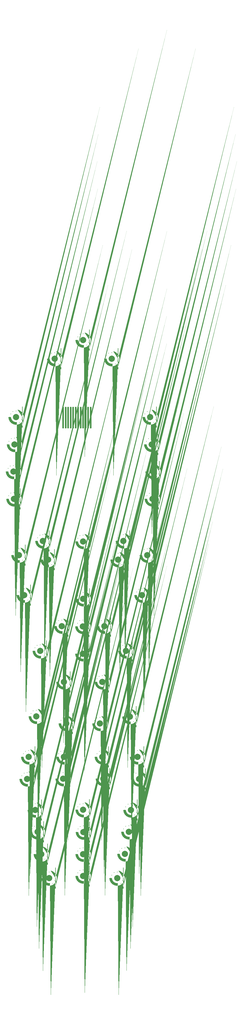
<source format=gbr>
%TF.GenerationSoftware,KiCad,Pcbnew,(6.0.0)*%
%TF.CreationDate,2022-07-04T20:32:35-04:00*%
%TF.ProjectId,800+,3830302b-2e6b-4696-9361-645f70636258,rev?*%
%TF.SameCoordinates,Original*%
%TF.FileFunction,Paste,Top*%
%TF.FilePolarity,Positive*%
%FSLAX46Y46*%
G04 Gerber Fmt 4.6, Leading zero omitted, Abs format (unit mm)*
G04 Created by KiCad (PCBNEW (6.0.0)) date 2022-07-04 20:32:35*
%MOMM*%
%LPD*%
G01*
G04 APERTURE LIST*
G04 Aperture macros list*
%AMRoundRect*
0 Rectangle with rounded corners*
0 $1 Rounding radius*
0 $2 $3 $4 $5 $6 $7 $8 $9 X,Y pos of 4 corners*
0 Add a 4 corners polygon primitive as box body*
4,1,4,$2,$3,$4,$5,$6,$7,$8,$9,$2,$3,0*
0 Add four circle primitives for the rounded corners*
1,1,$1+$1,$2,$3*
1,1,$1+$1,$4,$5*
1,1,$1+$1,$6,$7*
1,1,$1+$1,$8,$9*
0 Add four rect primitives between the rounded corners*
20,1,$1+$1,$2,$3,$4,$5,0*
20,1,$1+$1,$4,$5,$6,$7,0*
20,1,$1+$1,$6,$7,$8,$9,0*
20,1,$1+$1,$8,$9,$2,$3,0*%
%AMFreePoly0*
4,1,95,-1.565916,2.406604,-1.267908,2.330088,-0.981841,2.216826,-0.712224,2.068603,-0.463311,1.887757,-0.239027,1.677140,-0.042908,1.440074,0.121951,1.180297,0.252952,0.901905,0.348029,0.609290,0.405681,0.307066,0.425000,0.000000,0.405681,-0.307066,0.348029,-0.609290,0.252952,-0.901905,0.121951,-1.180297,-0.042908,-1.440074,-0.239027,-1.677140,-0.463311,-1.887757,-0.712224,-2.068603,
-0.981841,-2.216826,-1.267908,-2.330088,-1.565916,-2.406604,-1.871163,-2.445165,-2.178837,-2.445165,-2.484084,-2.406604,-2.782092,-2.330088,-3.068159,-2.216826,-3.337776,-2.068603,-3.586689,-1.887757,-3.810973,-1.677140,-4.007092,-1.440074,-4.171951,-1.180297,-4.302952,-0.901905,-4.398029,-0.609290,-4.455681,-0.307066,-4.475000,0.000000,-3.629948,0.000000,-3.610188,-0.251069,-3.551396,-0.495956,
-3.455019,-0.728631,-3.323430,-0.943365,-3.159870,-1.134870,-2.968365,-1.298430,-2.753631,-1.430019,-2.520956,-1.526396,-2.276069,-1.585188,-2.025000,-1.604948,-1.773931,-1.585188,-1.529044,-1.526396,-1.296369,-1.430019,-1.081635,-1.298430,-0.890130,-1.134870,-0.726570,-0.943365,-0.594981,-0.728631,-0.498604,-0.495956,-0.439812,-0.251069,-0.421695,-0.020870,-0.425000,0.000000,-0.421695,0.020870,
-0.439812,0.251069,-0.498604,0.495956,-0.594981,0.728631,-0.726570,0.943365,-0.890130,1.134870,-1.081635,1.298430,-1.296369,1.430019,-1.529044,1.526396,-1.773931,1.585188,-2.025000,1.604948,-2.276069,1.585188,-2.520956,1.526396,-2.753631,1.430019,-2.968365,1.298430,-3.159870,1.134870,-3.323430,0.943365,-3.455019,0.728631,-3.551396,0.495956,-3.610188,0.251069,-3.629948,0.000000,
-4.475000,0.000000,-4.455681,0.307066,-4.398029,0.609290,-4.302952,0.901905,-4.171951,1.180297,-4.007092,1.440074,-3.810973,1.677140,-3.586689,1.887757,-3.337776,2.068603,-3.068159,2.216826,-2.782092,2.330088,-2.484084,2.406604,-2.178837,2.445165,-1.871163,2.445165,-1.565916,2.406604,-1.565916,2.406604,$1*%
G04 Aperture macros list end*
%ADD10C,2.000000*%
%ADD11C,0.250000*%
%ADD12FreePoly0,0.000000*%
%ADD13RoundRect,0.125000X-0.125000X-3.375000X0.125000X-3.375000X0.125000X3.375000X-0.125000X3.375000X0*%
G04 APERTURE END LIST*
D10*
%TO.C,SW29*%
X95440000Y-158000000D03*
D11*
X94440000Y-156200000D03*
X96490000Y-156250000D03*
X97290000Y-158750000D03*
X95440000Y-156000000D03*
D12*
X97465000Y-158000000D03*
D11*
X95440000Y-160099488D03*
X94390000Y-159700000D03*
X93733172Y-157000000D03*
X93390000Y-158000000D03*
X93706167Y-158918416D03*
X97140000Y-156950000D03*
X96625258Y-159650000D03*
%TD*%
D10*
%TO.C,SW1*%
X101625000Y-47900000D03*
D11*
X100625000Y-46100000D03*
X102675000Y-46150000D03*
X103475000Y-48650000D03*
X101625000Y-45900000D03*
D12*
X103650000Y-47900000D03*
D11*
X101625000Y-49999488D03*
X100575000Y-49600000D03*
X99918172Y-46900000D03*
X99575000Y-47900000D03*
X99891167Y-48818416D03*
X103325000Y-46850000D03*
X102810258Y-49550000D03*
%TD*%
D10*
%TO.C,SW7*%
X79330000Y-99040000D03*
D11*
X78330000Y-97240000D03*
X80380000Y-97290000D03*
X81180000Y-99790000D03*
X79330000Y-97040000D03*
D12*
X81355000Y-99040000D03*
D11*
X79330000Y-101139488D03*
X78280000Y-100740000D03*
X77623172Y-98040000D03*
X77280000Y-99040000D03*
X77596167Y-99958416D03*
X81030000Y-97990000D03*
X80515258Y-100690000D03*
%TD*%
D10*
%TO.C,SW26*%
X101490000Y-148950000D03*
D11*
X100490000Y-147150000D03*
X102540000Y-147200000D03*
X103340000Y-149700000D03*
X101490000Y-146950000D03*
D12*
X103515000Y-148950000D03*
D11*
X101490000Y-151049488D03*
X100440000Y-150650000D03*
X99783172Y-147950000D03*
X99440000Y-148950000D03*
X99756167Y-149868416D03*
X103190000Y-147900000D03*
X102675258Y-150600000D03*
%TD*%
D10*
%TO.C,SW17*%
X80970000Y-117140000D03*
D11*
X79970000Y-115340000D03*
X82020000Y-115390000D03*
X82820000Y-117890000D03*
X80970000Y-115140000D03*
D12*
X82995000Y-117140000D03*
D11*
X80970000Y-119239488D03*
X79920000Y-118840000D03*
X79263172Y-116140000D03*
X78920000Y-117140000D03*
X79236167Y-118058416D03*
X82670000Y-116090000D03*
X82155258Y-118790000D03*
%TD*%
D10*
%TO.C,SW14*%
X101590000Y-112750000D03*
D11*
X100590000Y-110950000D03*
X102640000Y-111000000D03*
X103440000Y-113500000D03*
X101590000Y-110750000D03*
D12*
X103615000Y-112750000D03*
D11*
X101590000Y-114849488D03*
X100540000Y-114450000D03*
X99883172Y-111750000D03*
X99540000Y-112750000D03*
X99856167Y-113668416D03*
X103290000Y-111700000D03*
X102775258Y-114400000D03*
%TD*%
D13*
%TO.C,J1*%
X95188280Y-72913270D03*
X95993280Y-72913270D03*
X96798280Y-72913270D03*
X97603280Y-72913270D03*
X98408280Y-72913270D03*
X99213280Y-72913270D03*
X100018280Y-72913270D03*
X100823280Y-72913270D03*
X101628280Y-72913270D03*
X102433280Y-72913270D03*
X103238280Y-72913270D03*
X104043280Y-72913270D03*
%TD*%
D10*
%TO.C,SW50*%
X115050000Y-213400000D03*
D11*
X114050000Y-211600000D03*
X116100000Y-211650000D03*
X116900000Y-214150000D03*
X115050000Y-211400000D03*
D12*
X117075000Y-213400000D03*
D11*
X115050000Y-215499488D03*
X114000000Y-215100000D03*
X113343172Y-212400000D03*
X113000000Y-213400000D03*
X113316167Y-214318416D03*
X116750000Y-212350000D03*
X116235258Y-215050000D03*
%TD*%
D10*
%TO.C,SW52*%
X90675000Y-221190000D03*
D11*
X89675000Y-219390000D03*
X91725000Y-219440000D03*
X92525000Y-221940000D03*
X90675000Y-219190000D03*
D12*
X92700000Y-221190000D03*
D11*
X90675000Y-223289488D03*
X89625000Y-222890000D03*
X88968172Y-220190000D03*
X88625000Y-221190000D03*
X88941167Y-222108416D03*
X92375000Y-220140000D03*
X91860258Y-222840000D03*
%TD*%
D10*
%TO.C,SW6*%
X79170000Y-90270000D03*
D11*
X78170000Y-88470000D03*
X80220000Y-88520000D03*
X81020000Y-91020000D03*
X79170000Y-88270000D03*
D12*
X81195000Y-90270000D03*
D11*
X79170000Y-92369488D03*
X78120000Y-91970000D03*
X77463172Y-89270000D03*
X77120000Y-90270000D03*
X77436167Y-91188416D03*
X80870000Y-89220000D03*
X80355258Y-91920000D03*
%TD*%
D10*
%TO.C,SW34*%
X84100000Y-182100000D03*
D11*
X83100000Y-180300000D03*
X85150000Y-180350000D03*
X85950000Y-182850000D03*
X84100000Y-180100000D03*
D12*
X86125000Y-182100000D03*
D11*
X84100000Y-184199488D03*
X83050000Y-183800000D03*
X82393172Y-181100000D03*
X82050000Y-182100000D03*
X82366167Y-183018416D03*
X85800000Y-181050000D03*
X85285258Y-183750000D03*
%TD*%
D10*
%TO.C,SW27*%
X101530000Y-140090000D03*
D11*
X100530000Y-138290000D03*
X102580000Y-138340000D03*
X103380000Y-140840000D03*
X101530000Y-138090000D03*
D12*
X103555000Y-140090000D03*
D11*
X101530000Y-142189488D03*
X100480000Y-141790000D03*
X99823172Y-139090000D03*
X99480000Y-140090000D03*
X99796167Y-141008416D03*
X103230000Y-139040000D03*
X102715258Y-141740000D03*
%TD*%
D10*
%TO.C,SW30*%
X86520000Y-169120000D03*
D11*
X85520000Y-167320000D03*
X87570000Y-167370000D03*
X88370000Y-169870000D03*
X86520000Y-167120000D03*
D12*
X88545000Y-169120000D03*
D11*
X86520000Y-171219488D03*
X85470000Y-170820000D03*
X84813172Y-168120000D03*
X84470000Y-169120000D03*
X84786167Y-170038416D03*
X88220000Y-168070000D03*
X87705258Y-170770000D03*
%TD*%
D10*
%TO.C,SW13*%
X114570000Y-112610000D03*
D11*
X113570000Y-110810000D03*
X115620000Y-110860000D03*
X116420000Y-113360000D03*
X114570000Y-110610000D03*
D12*
X116595000Y-112610000D03*
D11*
X114570000Y-114709488D03*
X113520000Y-114310000D03*
X112863172Y-111610000D03*
X112520000Y-112610000D03*
X112836167Y-113528416D03*
X116270000Y-111560000D03*
X115755258Y-114260000D03*
%TD*%
%TO.C,SW46*%
X102845258Y-207980000D03*
X103360000Y-205280000D03*
X99926167Y-207248416D03*
X99610000Y-206330000D03*
X99953172Y-205330000D03*
X100610000Y-208030000D03*
X101660000Y-208429488D03*
D12*
X103685000Y-206330000D03*
D11*
X101660000Y-204330000D03*
X103510000Y-207080000D03*
X102710000Y-204580000D03*
X100660000Y-204530000D03*
D10*
X101660000Y-206330000D03*
%TD*%
%TO.C,SW15*%
X90330000Y-118600000D03*
D11*
X89330000Y-116800000D03*
X91380000Y-116850000D03*
X92180000Y-119350000D03*
X90330000Y-116600000D03*
D12*
X92355000Y-118600000D03*
D11*
X90330000Y-120699488D03*
X89280000Y-120300000D03*
X88623172Y-117600000D03*
X88280000Y-118600000D03*
X88596167Y-119518416D03*
X92030000Y-117550000D03*
X91515258Y-120250000D03*
%TD*%
D10*
%TO.C,SW44*%
X117050000Y-199200000D03*
D11*
X116050000Y-197400000D03*
X118100000Y-197450000D03*
X118900000Y-199950000D03*
X117050000Y-197200000D03*
D12*
X119075000Y-199200000D03*
D11*
X117050000Y-201299488D03*
X116000000Y-200900000D03*
X115343172Y-198200000D03*
X115000000Y-199200000D03*
X115316167Y-200118416D03*
X118750000Y-198150000D03*
X118235258Y-200850000D03*
%TD*%
D10*
%TO.C,SW24*%
X94760000Y-140060000D03*
D11*
X93760000Y-138260000D03*
X95810000Y-138310000D03*
X96610000Y-140810000D03*
X94760000Y-138060000D03*
D12*
X96785000Y-140060000D03*
D11*
X94760000Y-142159488D03*
X93710000Y-141760000D03*
X93053172Y-139060000D03*
X92710000Y-140060000D03*
X93026167Y-140978416D03*
X96460000Y-139010000D03*
X95945258Y-141710000D03*
%TD*%
D10*
%TO.C,SW35*%
X95410000Y-182100000D03*
D11*
X94410000Y-180300000D03*
X96460000Y-180350000D03*
X97260000Y-182850000D03*
X95410000Y-180100000D03*
D12*
X97435000Y-182100000D03*
D11*
X95410000Y-184199488D03*
X94360000Y-183800000D03*
X93703172Y-181100000D03*
X93360000Y-182100000D03*
X93676167Y-183018416D03*
X97110000Y-181050000D03*
X96595258Y-183750000D03*
%TD*%
D10*
%TO.C,SW33*%
X116705000Y-169130000D03*
D11*
X115705000Y-167330000D03*
X117755000Y-167380000D03*
X118555000Y-169880000D03*
X116705000Y-167130000D03*
D12*
X118730000Y-169130000D03*
D11*
X116705000Y-171229488D03*
X115655000Y-170830000D03*
X114998172Y-168130000D03*
X114655000Y-169130000D03*
X114971167Y-170048416D03*
X118405000Y-168080000D03*
X117890258Y-170780000D03*
%TD*%
D10*
%TO.C,SW21*%
X120565000Y-130010000D03*
D11*
X119565000Y-128210000D03*
X121615000Y-128260000D03*
X122415000Y-130760000D03*
X120565000Y-128010000D03*
D12*
X122590000Y-130010000D03*
D11*
X120565000Y-132109488D03*
X119515000Y-131710000D03*
X118858172Y-129010000D03*
X118515000Y-130010000D03*
X118831167Y-130928416D03*
X122265000Y-128960000D03*
X121750258Y-131660000D03*
%TD*%
D10*
%TO.C,SW38*%
X83610000Y-189200000D03*
D11*
X82610000Y-187400000D03*
X84660000Y-187450000D03*
X85460000Y-189950000D03*
X83610000Y-187200000D03*
D12*
X85635000Y-189200000D03*
D11*
X83610000Y-191299488D03*
X82560000Y-190900000D03*
X81903172Y-188200000D03*
X81560000Y-189200000D03*
X81876167Y-190118416D03*
X85310000Y-188150000D03*
X84795258Y-190850000D03*
%TD*%
D10*
%TO.C,SW2*%
X92425000Y-53950000D03*
D11*
X91425000Y-52150000D03*
X93475000Y-52200000D03*
X94275000Y-54700000D03*
X92425000Y-51950000D03*
D12*
X94450000Y-53950000D03*
D11*
X92425000Y-56049488D03*
X91375000Y-55650000D03*
X90718172Y-52950000D03*
X90375000Y-53950000D03*
X90691167Y-54868416D03*
X94125000Y-52900000D03*
X93610258Y-55600000D03*
%TD*%
D10*
%TO.C,SW45*%
X86920000Y-206270000D03*
D11*
X85920000Y-204470000D03*
X87970000Y-204520000D03*
X88770000Y-207020000D03*
X86920000Y-204270000D03*
D12*
X88945000Y-206270000D03*
D11*
X86920000Y-208369488D03*
X85870000Y-207970000D03*
X85213172Y-205270000D03*
X84870000Y-206270000D03*
X85186167Y-207188416D03*
X88620000Y-205220000D03*
X88105258Y-207920000D03*
%TD*%
D10*
%TO.C,SW48*%
X88170000Y-213410000D03*
D11*
X87170000Y-211610000D03*
X89220000Y-211660000D03*
X90020000Y-214160000D03*
X88170000Y-211410000D03*
D12*
X90195000Y-213410000D03*
D11*
X88170000Y-215509488D03*
X87120000Y-215110000D03*
X86463172Y-212410000D03*
X86120000Y-213410000D03*
X86436167Y-214328416D03*
X89870000Y-212360000D03*
X89355258Y-215060000D03*
%TD*%
D10*
%TO.C,SW19*%
X82650000Y-130020000D03*
D11*
X81650000Y-128220000D03*
X83700000Y-128270000D03*
X84500000Y-130770000D03*
X82650000Y-128020000D03*
D12*
X84675000Y-130020000D03*
D11*
X82650000Y-132119488D03*
X81600000Y-131720000D03*
X80943172Y-129020000D03*
X80600000Y-130020000D03*
X80916167Y-130938416D03*
X84350000Y-128970000D03*
X83835258Y-131670000D03*
%TD*%
D10*
%TO.C,SW5*%
X79475000Y-81500000D03*
D11*
X78475000Y-79700000D03*
X80525000Y-79750000D03*
X81325000Y-82250000D03*
X79475000Y-79500000D03*
D12*
X81500000Y-81500000D03*
D11*
X79475000Y-83599488D03*
X78425000Y-83200000D03*
X77768172Y-80500000D03*
X77425000Y-81500000D03*
X77741167Y-82418416D03*
X81175000Y-80450000D03*
X80660258Y-83150000D03*
%TD*%
D10*
%TO.C,SW12*%
X88680000Y-112580000D03*
D11*
X87680000Y-110780000D03*
X89730000Y-110830000D03*
X90530000Y-113330000D03*
X88680000Y-110580000D03*
D12*
X90705000Y-112580000D03*
D11*
X88680000Y-114679488D03*
X87630000Y-114280000D03*
X86973172Y-111580000D03*
X86630000Y-112580000D03*
X86946167Y-113498416D03*
X90380000Y-111530000D03*
X89865258Y-114230000D03*
%TD*%
D10*
%TO.C,SW4*%
X80000000Y-72750000D03*
D11*
X79000000Y-70950000D03*
X81050000Y-71000000D03*
X81850000Y-73500000D03*
X80000000Y-70750000D03*
D12*
X82025000Y-72750000D03*
D11*
X80000000Y-74849488D03*
X78950000Y-74450000D03*
X78293172Y-71750000D03*
X77950000Y-72750000D03*
X78266167Y-73668416D03*
X81700000Y-71700000D03*
X81185258Y-74400000D03*
%TD*%
D10*
%TO.C,SW31*%
X96180000Y-171380000D03*
D11*
X95180000Y-169580000D03*
X97230000Y-169630000D03*
X98030000Y-172130000D03*
X96180000Y-169380000D03*
D12*
X98205000Y-171380000D03*
D11*
X96180000Y-173479488D03*
X95130000Y-173080000D03*
X94473172Y-170380000D03*
X94130000Y-171380000D03*
X94446167Y-172298416D03*
X97880000Y-170330000D03*
X97365258Y-173030000D03*
%TD*%
D10*
%TO.C,SW41*%
X119605000Y-189200000D03*
D11*
X118605000Y-187400000D03*
X120655000Y-187450000D03*
X121455000Y-189950000D03*
X119605000Y-187200000D03*
D12*
X121630000Y-189200000D03*
D11*
X119605000Y-191299488D03*
X118555000Y-190900000D03*
X117898172Y-188200000D03*
X117555000Y-189200000D03*
X117871167Y-190118416D03*
X121305000Y-188150000D03*
X120790258Y-190850000D03*
%TD*%
D10*
%TO.C,SW23*%
X101610000Y-131200000D03*
D11*
X100610000Y-129400000D03*
X102660000Y-129450000D03*
X103460000Y-131950000D03*
X101610000Y-129200000D03*
D12*
X103635000Y-131200000D03*
D11*
X101610000Y-133299488D03*
X100560000Y-132900000D03*
X99903172Y-130200000D03*
X99560000Y-131200000D03*
X99876167Y-132118416D03*
X103310000Y-130150000D03*
X102795258Y-132850000D03*
%TD*%
D10*
%TO.C,SW16*%
X112900000Y-118600000D03*
D11*
X111900000Y-116800000D03*
X113950000Y-116850000D03*
X114750000Y-119350000D03*
X112900000Y-116600000D03*
D12*
X114925000Y-118600000D03*
D11*
X112900000Y-120699488D03*
X111850000Y-120300000D03*
X111193172Y-117600000D03*
X110850000Y-118600000D03*
X111166167Y-119518416D03*
X114600000Y-117550000D03*
X114085258Y-120250000D03*
%TD*%
D10*
%TO.C,SW51*%
X101625000Y-220500000D03*
D11*
X100625000Y-218700000D03*
X102675000Y-218750000D03*
X103475000Y-221250000D03*
X101625000Y-218500000D03*
D12*
X103650000Y-220500000D03*
D11*
X101625000Y-222599488D03*
X100575000Y-222200000D03*
X99918172Y-219500000D03*
X99575000Y-220500000D03*
X99891167Y-221418416D03*
X103325000Y-219450000D03*
X102810258Y-222150000D03*
%TD*%
D10*
%TO.C,SW49*%
X101590000Y-213420000D03*
D11*
X100590000Y-211620000D03*
X102640000Y-211670000D03*
X103440000Y-214170000D03*
X101590000Y-211420000D03*
D12*
X103615000Y-213420000D03*
D11*
X101590000Y-215519488D03*
X100540000Y-215120000D03*
X99883172Y-212420000D03*
X99540000Y-213420000D03*
X99856167Y-214338416D03*
X103290000Y-212370000D03*
X102775258Y-215070000D03*
%TD*%
D10*
%TO.C,SW28*%
X107770000Y-157990000D03*
D11*
X106770000Y-156190000D03*
X108820000Y-156240000D03*
X109620000Y-158740000D03*
X107770000Y-155990000D03*
D12*
X109795000Y-157990000D03*
D11*
X107770000Y-160089488D03*
X106720000Y-159690000D03*
X106063172Y-156990000D03*
X105720000Y-157990000D03*
X106036167Y-158908416D03*
X109470000Y-156940000D03*
X108955258Y-159640000D03*
%TD*%
D10*
%TO.C,SW25*%
X108460000Y-140040000D03*
D11*
X107460000Y-138240000D03*
X109510000Y-138290000D03*
X110310000Y-140790000D03*
X108460000Y-138040000D03*
D12*
X110485000Y-140040000D03*
D11*
X108460000Y-142139488D03*
X107410000Y-141740000D03*
X106753172Y-139040000D03*
X106410000Y-140040000D03*
X106726167Y-140958416D03*
X110160000Y-138990000D03*
X109645258Y-141690000D03*
%TD*%
D10*
%TO.C,SW40*%
X108090000Y-189180000D03*
D11*
X107090000Y-187380000D03*
X109140000Y-187430000D03*
X109940000Y-189930000D03*
X108090000Y-187180000D03*
D12*
X110115000Y-189180000D03*
D11*
X108090000Y-191279488D03*
X107040000Y-190880000D03*
X106383172Y-188180000D03*
X106040000Y-189180000D03*
X106356167Y-190098416D03*
X109790000Y-188130000D03*
X109275258Y-190830000D03*
%TD*%
D10*
%TO.C,SW10*%
X124105000Y-90250000D03*
D11*
X123105000Y-88450000D03*
X125155000Y-88500000D03*
X125955000Y-91000000D03*
X124105000Y-88250000D03*
D12*
X126130000Y-90250000D03*
D11*
X124105000Y-92349488D03*
X123055000Y-91950000D03*
X122398172Y-89250000D03*
X122055000Y-90250000D03*
X122371167Y-91168416D03*
X125805000Y-89200000D03*
X125290258Y-91900000D03*
%TD*%
D10*
%TO.C,SW22*%
X115420000Y-148040000D03*
D11*
X114420000Y-146240000D03*
X116470000Y-146290000D03*
X117270000Y-148790000D03*
X115420000Y-146040000D03*
D12*
X117445000Y-148040000D03*
D11*
X115420000Y-150139488D03*
X114370000Y-149740000D03*
X113713172Y-147040000D03*
X113370000Y-148040000D03*
X113686167Y-148958416D03*
X117120000Y-146990000D03*
X116605258Y-149690000D03*
%TD*%
D10*
%TO.C,SW18*%
X122250000Y-117150000D03*
D11*
X121250000Y-115350000D03*
X123300000Y-115400000D03*
X124100000Y-117900000D03*
X122250000Y-115150000D03*
D12*
X124275000Y-117150000D03*
D11*
X122250000Y-119249488D03*
X121200000Y-118850000D03*
X120543172Y-116150000D03*
X120200000Y-117150000D03*
X120516167Y-118068416D03*
X123950000Y-116100000D03*
X123435258Y-118800000D03*
%TD*%
D10*
%TO.C,SW37*%
X119140000Y-182080000D03*
D11*
X118140000Y-180280000D03*
X120190000Y-180330000D03*
X120990000Y-182830000D03*
X119140000Y-180080000D03*
D12*
X121165000Y-182080000D03*
D11*
X119140000Y-184179488D03*
X118090000Y-183780000D03*
X117433172Y-181080000D03*
X117090000Y-182080000D03*
X117406167Y-182998416D03*
X120840000Y-181030000D03*
X120325258Y-183730000D03*
%TD*%
D10*
%TO.C,SW43*%
X101610000Y-199180000D03*
D11*
X100610000Y-197380000D03*
X102660000Y-197430000D03*
X103460000Y-199930000D03*
X101610000Y-197180000D03*
D12*
X103635000Y-199180000D03*
D11*
X101610000Y-201279488D03*
X100560000Y-200880000D03*
X99903172Y-198180000D03*
X99560000Y-199180000D03*
X99876167Y-200098416D03*
X103310000Y-198130000D03*
X102795258Y-200830000D03*
%TD*%
D10*
%TO.C,SW36*%
X107820000Y-182100000D03*
D11*
X106820000Y-180300000D03*
X108870000Y-180350000D03*
X109670000Y-182850000D03*
X107820000Y-180100000D03*
D12*
X109845000Y-182100000D03*
D11*
X107820000Y-184199488D03*
X106770000Y-183800000D03*
X106113172Y-181100000D03*
X105770000Y-182100000D03*
X106086167Y-183018416D03*
X109520000Y-181050000D03*
X109005258Y-183750000D03*
%TD*%
D10*
%TO.C,SW42*%
X86175000Y-199210000D03*
D11*
X85175000Y-197410000D03*
X87225000Y-197460000D03*
X88025000Y-199960000D03*
X86175000Y-197210000D03*
D12*
X88200000Y-199210000D03*
D11*
X86175000Y-201309488D03*
X85125000Y-200910000D03*
X84468172Y-198210000D03*
X84125000Y-199210000D03*
X84441167Y-200128416D03*
X87875000Y-198160000D03*
X87360258Y-200860000D03*
%TD*%
D10*
%TO.C,SW20*%
X87810000Y-148020000D03*
D11*
X86810000Y-146220000D03*
X88860000Y-146270000D03*
X89660000Y-148770000D03*
X87810000Y-146020000D03*
D12*
X89835000Y-148020000D03*
D11*
X87810000Y-150119488D03*
X86760000Y-149720000D03*
X86103172Y-147020000D03*
X85760000Y-148020000D03*
X86076167Y-148938416D03*
X89510000Y-146970000D03*
X88995258Y-149670000D03*
%TD*%
D10*
%TO.C,SW39*%
X95140000Y-189180000D03*
D11*
X94140000Y-187380000D03*
X96190000Y-187430000D03*
X96990000Y-189930000D03*
X95140000Y-187180000D03*
D12*
X97165000Y-189180000D03*
D11*
X95140000Y-191279488D03*
X94090000Y-190880000D03*
X93433172Y-188180000D03*
X93090000Y-189180000D03*
X93406167Y-190098416D03*
X96840000Y-188130000D03*
X96325258Y-190830000D03*
%TD*%
D10*
%TO.C,SW47*%
X116310000Y-206280000D03*
D11*
X115310000Y-204480000D03*
X117360000Y-204530000D03*
X118160000Y-207030000D03*
X116310000Y-204280000D03*
D12*
X118335000Y-206280000D03*
D11*
X116310000Y-208379488D03*
X115260000Y-207980000D03*
X114603172Y-205280000D03*
X114260000Y-206280000D03*
X114576167Y-207198416D03*
X118010000Y-205230000D03*
X117495258Y-207930000D03*
%TD*%
D10*
%TO.C,SW8*%
X123230000Y-72750000D03*
D11*
X122230000Y-70950000D03*
X124280000Y-71000000D03*
X125080000Y-73500000D03*
X123230000Y-70750000D03*
D12*
X125255000Y-72750000D03*
D11*
X123230000Y-74849488D03*
X122180000Y-74450000D03*
X121523172Y-71750000D03*
X121180000Y-72750000D03*
X121496167Y-73668416D03*
X124930000Y-71700000D03*
X124415258Y-74400000D03*
%TD*%
D10*
%TO.C,SW53*%
X112570000Y-221180000D03*
D11*
X111570000Y-219380000D03*
X113620000Y-219430000D03*
X114420000Y-221930000D03*
X112570000Y-219180000D03*
D12*
X114595000Y-221180000D03*
D11*
X112570000Y-223279488D03*
X111520000Y-222880000D03*
X110863172Y-220180000D03*
X110520000Y-221180000D03*
X110836167Y-222098416D03*
X114270000Y-220130000D03*
X113755258Y-222830000D03*
%TD*%
D10*
%TO.C,SW3*%
X110800000Y-53950000D03*
D11*
X109800000Y-52150000D03*
X111850000Y-52200000D03*
X112650000Y-54700000D03*
X110800000Y-51950000D03*
D12*
X112825000Y-53950000D03*
D11*
X110800000Y-56049488D03*
X109750000Y-55650000D03*
X109093172Y-52950000D03*
X108750000Y-53950000D03*
X109066167Y-54868416D03*
X112500000Y-52900000D03*
X111985258Y-55600000D03*
%TD*%
D10*
%TO.C,SW11*%
X123920000Y-99060000D03*
D11*
X122920000Y-97260000D03*
X124970000Y-97310000D03*
X125770000Y-99810000D03*
X123920000Y-97060000D03*
D12*
X125945000Y-99060000D03*
D11*
X123920000Y-101159488D03*
X122870000Y-100760000D03*
X122213172Y-98060000D03*
X121870000Y-99060000D03*
X122186167Y-99978416D03*
X125620000Y-98010000D03*
X125105258Y-100710000D03*
%TD*%
D10*
%TO.C,SW32*%
X107040000Y-171400000D03*
D11*
X106040000Y-169600000D03*
X108090000Y-169650000D03*
X108890000Y-172150000D03*
X107040000Y-169400000D03*
D12*
X109065000Y-171400000D03*
D11*
X107040000Y-173499488D03*
X105990000Y-173100000D03*
X105333172Y-170400000D03*
X104990000Y-171400000D03*
X105306167Y-172318416D03*
X108740000Y-170350000D03*
X108225258Y-173050000D03*
%TD*%
D10*
%TO.C,SW9*%
X123725000Y-81500000D03*
D11*
X122725000Y-79700000D03*
X124775000Y-79750000D03*
X125575000Y-82250000D03*
X123725000Y-79500000D03*
D12*
X125750000Y-81500000D03*
D11*
X123725000Y-83599488D03*
X122675000Y-83200000D03*
X122018172Y-80500000D03*
X121675000Y-81500000D03*
X121991167Y-82418416D03*
X125425000Y-80450000D03*
X124910258Y-83150000D03*
%TD*%
M02*

</source>
